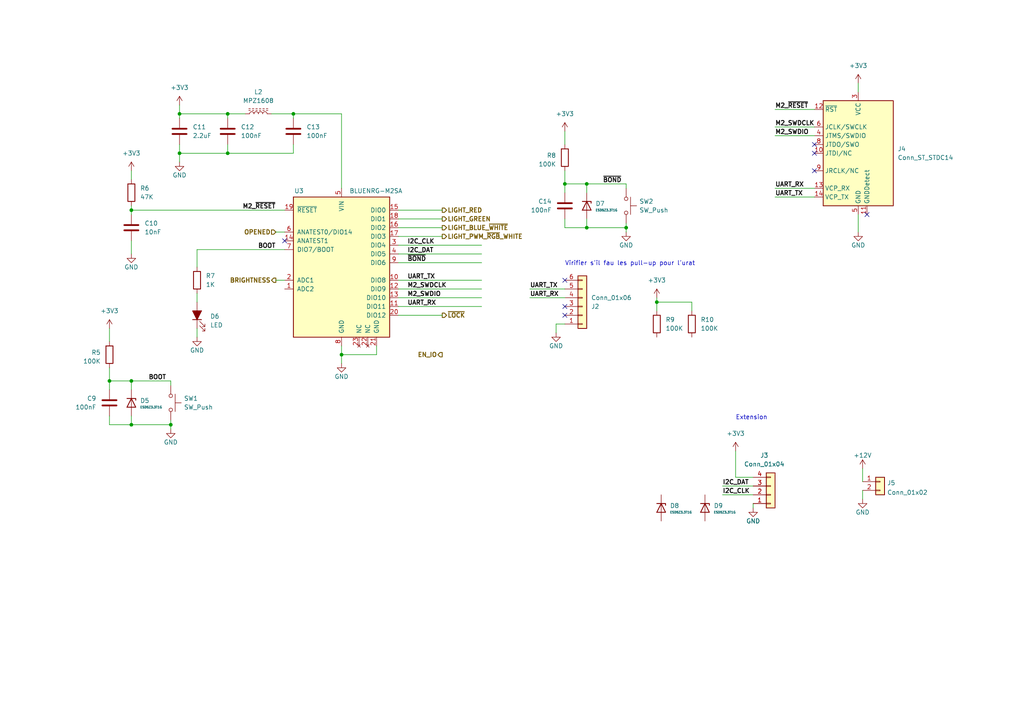
<source format=kicad_sch>
(kicad_sch (version 20231120) (generator "eeschema") (generator_version "8.0")
  (paper "A4")
  (lib_symbols
    (symbol "AM163:BLUENRG-M2SA" (pin_names (offset 1.016))
      (property "Reference" "U" (at -13.97 24.13 0))
      (property "Value" "BLUENRG-M2SA" (at 10.16 24.13 0))
      (symbol "BLUENRG-M2SA_0_1"
        (rectangle (start -13.97 21.59) (end 13.97 -19.05) (stroke (width 0.254)) (fill (type background)))
      )
      (symbol "BLUENRG-M2SA_1_1"
        (pin input line (at -16.51 -5.08 0) (length 2.54) (name "ADC2") (number "1"))
        (pin bidirectional line (at 16.51 -2.54 180) (length 2.54) (name "DIO8") (number "10"))
        (pin bidirectional line (at 16.51 -10.16 180) (length 2.54) (name "DIO11") (number "11"))
        (pin bidirectional line (at 16.51 -5.08 180) (length 2.54) (name "DIO9") (number "12"))
        (pin bidirectional line (at 16.51 -7.62 180) (length 2.54) (name "DIO10") (number "13"))
        (pin output line (at -16.51 8.89 0) (length 2.54) (name "ANATEST1") (number "14"))
        (pin bidirectional line (at 16.51 17.78 180) (length 2.54) (name "DIO0") (number "15"))
        (pin bidirectional line (at 16.51 12.7 180) (length 2.54) (name "DIO2") (number "16"))
        (pin bidirectional line (at 16.51 10.16 180) (length 2.54) (name "DIO3") (number "17"))
        (pin bidirectional line (at 16.51 15.24 180) (length 2.54) (name "DIO1") (number "18"))
        (pin input line (at -16.51 17.78 0) (length 2.54) (name "~{RESET}") (number "19"))
        (pin input line (at -16.51 -2.54 0) (length 2.54) (name "ADC1") (number "2"))
        (pin bidirectional line (at 16.51 -12.7 180) (length 2.54) (name "DIO12") (number "20"))
        (pin power_in line (at 10.16 -21.59 90) (length 2.54) (name "GND") (number "21"))
        (pin no_connect line (at 7.62 -21.59 90) (length 2.54) (name "NC") (number "22"))
        (pin no_connect line (at 5.08 -21.59 90) (length 2.54) (name "NC") (number "23"))
        (pin bidirectional line (at 16.51 7.62 180) (length 2.54) (name "DIO4") (number "3"))
        (pin bidirectional line (at 16.51 5.08 180) (length 2.54) (name "DIO5") (number "4"))
        (pin power_in line (at 0 24.13 270) (length 2.54) (name "VIN") (number "5"))
        (pin bidirectional line (at -16.51 11.43 0) (length 2.54) (name "ANATEST0/DIO14") (number "6"))
        (pin bidirectional line (at -16.51 6.35 0) (length 2.54) (name "DIO7/BOOT") (number "7"))
        (pin power_in line (at 0 -21.59 90) (length 2.54) (name "GND") (number "8"))
        (pin bidirectional line (at 16.51 2.54 180) (length 2.54) (name "DIO6") (number "9"))
      )
    )
    (symbol "Connector:Conn_ST_STDC14"
      (property "Reference" "J" (at -8.89 16.51 0))
      (property "Value" "Conn_ST_STDC14" (at 17.78 16.51 0))
      (symbol "Conn_ST_STDC14_0_1"
        (rectangle (start -10.16 15.24) (end 10.16 -15.24) (stroke (width 0.254)) (fill (type background)))
      )
      (symbol "Conn_ST_STDC14_1_1"
        (pin no_connect line (at -10.16 5.08 0) (length 2.54) hide (name "NC") (number "1"))
        (pin output line (at 12.7 0 180) (length 2.54) (name "JTDI/NC") (number "10"))
        (pin passive line (at -2.54 -17.78 90) (length 2.54) (name "GNDDetect") (number "11"))
        (pin open_collector line (at 12.7 12.7 180) (length 2.54) (name "~{RST}") (number "12"))
        (pin output line (at 12.7 -10.16 180) (length 2.54) (name "VCP_RX") (number "13"))
        (pin input line (at 12.7 -12.7 180) (length 2.54) (name "VCP_TX") (number "14"))
        (pin no_connect line (at -10.16 2.54 0) (length 2.54) hide (name "NC") (number "2"))
        (pin power_in line (at 0 17.78 270) (length 2.54) (name "VCC") (number "3"))
        (pin bidirectional line (at 12.7 5.08 180) (length 2.54) (name "JTMS/SWDIO") (number "4"))
        (pin power_in line (at 0 -17.78 90) (length 2.54) (name "GND") (number "5"))
        (pin output line (at 12.7 7.62 180) (length 2.54) (name "JCLK/SWCLK") (number "6"))
        (pin passive line (at 0 -17.78 90) (length 2.54) hide (name "GND") (number "7"))
        (pin input line (at 12.7 2.54 180) (length 2.54) (name "JTDO/SWO") (number "8"))
        (pin input line (at 12.7 -5.08 180) (length 2.54) (name "JRCLK/NC") (number "9"))
      )
    )
    (symbol "Connector_Generic:Conn_01x02" (pin_names (offset 1.016) hide)
      (property "Reference" "J" (at 0 2.54 0))
      (property "Value" "Conn_01x02" (at 0 -5.08 0))
      (symbol "Conn_01x02_1_1"
        (rectangle (start -1.27 -2.413) (end 0 -2.667) (stroke (width 0.1524)))
        (rectangle (start -1.27 0.127) (end 0 -0.127) (stroke (width 0.1524)))
        (rectangle (start -1.27 1.27) (end 1.27 -3.81) (stroke (width 0.254)) (fill (type background)))
        (pin passive line (at -5.08 0 0) (length 3.81) (name "Pin_1") (number "1"))
        (pin passive line (at -5.08 -2.54 0) (length 3.81) (name "Pin_2") (number "2"))
      )
    )
    (symbol "Connector_Generic:Conn_01x04" (pin_names (offset 1.016) hide)
      (property "Reference" "J" (at 0 5.08 0))
      (property "Value" "Conn_01x04" (at 0 -7.62 0))
      (symbol "Conn_01x04_1_1"
        (rectangle (start -1.27 -4.953) (end 0 -5.207) (stroke (width 0.1524)))
        (rectangle (start -1.27 -2.413) (end 0 -2.667) (stroke (width 0.1524)))
        (rectangle (start -1.27 0.127) (end 0 -0.127) (stroke (width 0.1524)))
        (rectangle (start -1.27 2.667) (end 0 2.413) (stroke (width 0.1524)))
        (rectangle (start -1.27 3.81) (end 1.27 -6.35) (stroke (width 0.254)) (fill (type background)))
        (pin passive line (at -5.08 2.54 0) (length 3.81) (name "Pin_1") (number "1"))
        (pin passive line (at -5.08 0 0) (length 3.81) (name "Pin_2") (number "2"))
        (pin passive line (at -5.08 -2.54 0) (length 3.81) (name "Pin_3") (number "3"))
        (pin passive line (at -5.08 -5.08 0) (length 3.81) (name "Pin_4") (number "4"))
      )
    )
    (symbol "Connector_Generic:Conn_01x06" (pin_names (offset 1.016) hide)
      (property "Reference" "J" (at 0 7.62 0))
      (property "Value" "Conn_01x06" (at 0 -10.16 0))
      (symbol "Conn_01x06_1_1"
        (rectangle (start -1.27 -7.493) (end 0 -7.747) (stroke (width 0.1524)))
        (rectangle (start -1.27 -4.953) (end 0 -5.207) (stroke (width 0.1524)))
        (rectangle (start -1.27 -2.413) (end 0 -2.667) (stroke (width 0.1524)))
        (rectangle (start -1.27 0.127) (end 0 -0.127) (stroke (width 0.1524)))
        (rectangle (start -1.27 2.667) (end 0 2.413) (stroke (width 0.1524)))
        (rectangle (start -1.27 5.207) (end 0 4.953) (stroke (width 0.1524)))
        (rectangle (start -1.27 6.35) (end 1.27 -8.89) (stroke (width 0.254)) (fill (type background)))
        (pin passive line (at -5.08 5.08 0) (length 3.81) (name "Pin_1") (number "1"))
        (pin passive line (at -5.08 2.54 0) (length 3.81) (name "Pin_2") (number "2"))
        (pin passive line (at -5.08 0 0) (length 3.81) (name "Pin_3") (number "3"))
        (pin passive line (at -5.08 -2.54 0) (length 3.81) (name "Pin_4") (number "4"))
        (pin passive line (at -5.08 -5.08 0) (length 3.81) (name "Pin_5") (number "5"))
        (pin passive line (at -5.08 -7.62 0) (length 3.81) (name "Pin_6") (number "6"))
      )
    )
    (symbol "Device:C" (pin_numbers hide) (pin_names (offset 0.254))
      (property "Reference" "C" (at 0.635 2.54 0))
      (property "Value" "C" (at 0.635 -2.54 0))
      (symbol "C_0_1"
        (polyline (pts (xy -2.032 -0.762) (xy 2.032 -0.762)) (stroke (width 0.508)))
        (polyline (pts (xy -2.032 0.762) (xy 2.032 0.762)) (stroke (width 0.508)))
      )
      (symbol "C_1_1"
        (pin passive line (at 0 3.81 270) (length 2.794) (name "~") (number "1"))
        (pin passive line (at 0 -3.81 90) (length 2.794) (name "~") (number "2"))
      )
    )
    (symbol "Device:LED_Filled" (pin_numbers hide) (pin_names (offset 1.016) hide)
      (property "Reference" "D" (at 0 2.54 0))
      (property "Value" "LED_Filled" (at 0 -2.54 0))
      (symbol "LED_Filled_0_1"
        (polyline (pts (xy -1.27 -1.27) (xy -1.27 1.27)) (stroke (width 0.254)))
        (polyline (pts (xy -1.27 0) (xy 1.27 0)))
        (polyline (pts (xy 1.27 -1.27) (xy 1.27 1.27) (xy -1.27 0) (xy 1.27 -1.27)) (stroke (width 0.254)) (fill (type outline)))
        (polyline (pts (xy -3.048 -0.762) (xy -4.572 -2.286) (xy -3.81 -2.286) (xy -4.572 -2.286) (xy -4.572 -1.524)))
        (polyline (pts (xy -1.778 -0.762) (xy -3.302 -2.286) (xy -2.54 -2.286) (xy -3.302 -2.286) (xy -3.302 -1.524)))
      )
      (symbol "LED_Filled_1_1"
        (pin passive line (at -3.81 0 0) (length 2.54) (name "K") (number "1"))
        (pin passive line (at 3.81 0 180) (length 2.54) (name "A") (number "2"))
      )
    )
    (symbol "Device:L_Ferrite" (pin_numbers hide) (pin_names (offset 1.016) hide)
      (property "Reference" "L" (at -1.27 0 90))
      (property "Value" "L_Ferrite" (at 2.794 0 90))
      (symbol "L_Ferrite_0_1"
        (arc (start 0 -2.54) (mid 0.6323 -1.905) (end 0 -1.27))
        (arc (start 0 -1.27) (mid 0.6323 -0.635) (end 0 0))
        (polyline (pts (xy 1.016 -2.794) (xy 1.016 -2.286)))
        (polyline (pts (xy 1.016 -1.778) (xy 1.016 -1.27)))
        (polyline (pts (xy 1.016 -0.762) (xy 1.016 -0.254)))
        (polyline (pts (xy 1.016 0.254) (xy 1.016 0.762)))
        (polyline (pts (xy 1.016 1.27) (xy 1.016 1.778)))
        (polyline (pts (xy 1.016 2.286) (xy 1.016 2.794)))
        (polyline (pts (xy 1.524 -2.286) (xy 1.524 -2.794)))
        (polyline (pts (xy 1.524 -1.27) (xy 1.524 -1.778)))
        (polyline (pts (xy 1.524 -0.254) (xy 1.524 -0.762)))
        (polyline (pts (xy 1.524 0.762) (xy 1.524 0.254)))
        (polyline (pts (xy 1.524 1.778) (xy 1.524 1.27)))
        (polyline (pts (xy 1.524 2.794) (xy 1.524 2.286)))
        (arc (start 0 0) (mid 0.6323 0.635) (end 0 1.27))
        (arc (start 0 1.27) (mid 0.6323 1.905) (end 0 2.54))
      )
      (symbol "L_Ferrite_1_1"
        (pin passive line (at 0 3.81 270) (length 1.27) (name "1") (number "1"))
        (pin passive line (at 0 -3.81 90) (length 1.27) (name "2") (number "2"))
      )
    )
    (symbol "Device:R" (pin_numbers hide) (pin_names (offset 0))
      (property "Reference" "R" (at 2.032 0 90))
      (property "Value" "R" (at 0 0 90))
      (symbol "R_0_1"
        (rectangle (start -1.016 -2.54) (end 1.016 2.54) (stroke (width 0.254)))
      )
      (symbol "R_1_1"
        (pin passive line (at 0 3.81 270) (length 1.27) (name "~") (number "1"))
        (pin passive line (at 0 -3.81 90) (length 1.27) (name "~") (number "2"))
      )
    )
    (symbol "Diode:ESD5Zxx" (pin_numbers hide) (pin_names hide)
      (property "Reference" "D" (at 0 2.54 0))
      (property "Value" "ESD5Zxx" (at 0 -2.54 0))
      (symbol "ESD5Zxx_0_1"
        (polyline (pts (xy 1.27 0) (xy -1.27 0)))
        (polyline (pts (xy -1.27 -1.27) (xy -1.27 1.27) (xy -0.762 1.27)) (stroke (width 0.254)))
        (polyline (pts (xy 1.27 -1.27) (xy 1.27 1.27) (xy -1.27 0) (xy 1.27 -1.27)) (stroke (width 0.254)))
      )
      (symbol "ESD5Zxx_1_1"
        (pin passive line (at -3.81 0 0) (length 2.54) (name "K") (number "1"))
        (pin passive line (at 3.81 0 180) (length 2.54) (name "A") (number "2"))
      )
    )
    (symbol "Switch:SW_Push" (pin_numbers hide) (pin_names (offset 1.016) hide)
      (property "Reference" "SW" (at 1.27 2.54 0))
      (property "Value" "SW_Push" (at 0 -1.524 0))
      (symbol "SW_Push_0_1"
        (circle (center -2.032 0) (radius 0.508))
        (polyline (pts (xy 0 1.27) (xy 0 3.048)))
        (polyline (pts (xy 2.54 1.27) (xy -2.54 1.27)))
        (circle (center 2.032 0) (radius 0.508))
        (pin passive line (at -5.08 0 0) (length 2.54) (name "1") (number "1"))
        (pin passive line (at 5.08 0 180) (length 2.54) (name "2") (number "2"))
      )
    )
    (symbol "power:+12V" (power) (pin_names (offset 0))
      (property "Value" "+12V" (at 0 3.556 0))
      (symbol "+12V_0_1"
        (polyline (pts (xy -0.762 1.27) (xy 0 2.54)))
        (polyline (pts (xy 0 0) (xy 0 2.54)))
        (polyline (pts (xy 0 2.54) (xy 0.762 1.27)))
      )
      (symbol "+12V_1_1"
        (pin power_in line (at 0 0 90) (length 0) hide (name "+12V") (number "1"))
      )
    )
    (symbol "power:+3V3" (power) (pin_names (offset 0))
      (property "Value" "+3V3" (at 0 3.556 0))
      (symbol "+3V3_0_1"
        (polyline (pts (xy -0.762 1.27) (xy 0 2.54)))
        (polyline (pts (xy 0 0) (xy 0 2.54)))
        (polyline (pts (xy 0 2.54) (xy 0.762 1.27)))
      )
      (symbol "+3V3_1_1"
        (pin power_in line (at 0 0 90) (length 0) hide (name "+3V3") (number "1"))
      )
    )
    (symbol "power:GND" (power) (pin_names (offset 0))
      (property "Value" "GND" (at 0 -3.81 0))
      (symbol "GND_0_1"
        (polyline (pts (xy 0 0) (xy 0 -1.27) (xy 1.27 -1.27) (xy 0 -2.54) (xy -1.27 -1.27) (xy 0 -1.27)))
      )
      (symbol "GND_1_1"
        (pin power_in line (at 0 0 270) (length 0) hide (name "GND") (number "1"))
      )
    )
  )
  (junction (at 85.09 33.02))
  (junction (at 38.1 110.49))
  (junction (at 163.83 53.34))
  (junction (at 52.07 44.45))
  (junction (at 66.04 44.45))
  (junction (at 38.1 123.19))
  (junction (at 52.07 33.02))
  (junction (at 170.18 66.04))
  (junction (at 31.75 110.49))
  (junction (at 38.1 60.96))
  (junction (at 99.06 102.87))
  (junction (at 49.53 123.19))
  (junction (at 66.04 33.02))
  (junction (at 170.18 53.34))
  (junction (at 190.5 87.63))
  (junction (at 181.61 66.04))
  (no_connect (at 163.83 81.28))
  (no_connect (at 163.83 91.44))
  (no_connect (at 251.46 62.23))
  (no_connect (at 163.83 88.9))
  (no_connect (at 236.22 49.53))
  (no_connect (at 82.55 69.85))
  (no_connect (at 236.22 41.91))
  (no_connect (at 236.22 44.45))
  (wire (pts (xy 38.1 110.49) (xy 38.1 113.03)))
  (wire (pts (xy 115.57 88.9) (xy 139.7 88.9)))
  (wire (pts (xy 38.1 69.85) (xy 38.1 73.66)))
  (wire (pts (xy 250.19 135.89) (xy 250.19 139.7)))
  (wire (pts (xy 224.79 39.37) (xy 236.22 39.37)))
  (wire (pts (xy 115.57 91.44) (xy 128.27 91.44)))
  (wire (pts (xy 170.18 63.5) (xy 170.18 66.04)))
  (wire (pts (xy 163.83 38.1) (xy 163.83 41.91)))
  (wire (pts (xy 200.66 90.17) (xy 200.66 87.63)))
  (wire (pts (xy 115.57 83.82) (xy 139.7 83.82)))
  (wire (pts (xy 85.09 41.91) (xy 85.09 44.45)))
  (wire (pts (xy 224.79 31.75) (xy 236.22 31.75)))
  (wire (pts (xy 170.18 53.34) (xy 170.18 55.88)))
  (wire (pts (xy 218.44 147.32) (xy 218.44 146.05)))
  (wire (pts (xy 66.04 33.02) (xy 66.04 34.29)))
  (wire (pts (xy 163.83 49.53) (xy 163.83 53.34)))
  (wire (pts (xy 38.1 60.96) (xy 82.55 60.96)))
  (wire (pts (xy 38.1 60.96) (xy 38.1 62.23)))
  (wire (pts (xy 38.1 123.19) (xy 49.53 123.19)))
  (wire (pts (xy 78.74 33.02) (xy 85.09 33.02)))
  (wire (pts (xy 99.06 102.87) (xy 99.06 105.41)))
  (wire (pts (xy 85.09 44.45) (xy 66.04 44.45)))
  (wire (pts (xy 52.07 44.45) (xy 66.04 44.45)))
  (wire (pts (xy 248.92 62.23) (xy 248.92 67.31)))
  (wire (pts (xy 57.15 72.39) (xy 82.55 72.39)))
  (wire (pts (xy 52.07 34.29) (xy 52.07 33.02)))
  (wire (pts (xy 52.07 33.02) (xy 66.04 33.02)))
  (wire (pts (xy 163.83 53.34) (xy 170.18 53.34)))
  (wire (pts (xy 115.57 76.2) (xy 139.7 76.2)))
  (wire (pts (xy 31.75 95.25) (xy 31.75 99.06)))
  (wire (pts (xy 163.83 63.5) (xy 163.83 66.04)))
  (wire (pts (xy 209.55 140.97) (xy 218.44 140.97)))
  (wire (pts (xy 115.57 68.58) (xy 128.27 68.58)))
  (wire (pts (xy 38.1 59.69) (xy 38.1 60.96)))
  (wire (pts (xy 200.66 87.63) (xy 190.5 87.63)))
  (wire (pts (xy 153.67 83.82) (xy 163.83 83.82)))
  (wire (pts (xy 213.36 138.43) (xy 218.44 138.43)))
  (wire (pts (xy 163.83 53.34) (xy 163.83 55.88)))
  (wire (pts (xy 190.5 87.63) (xy 190.5 90.17)))
  (wire (pts (xy 66.04 33.02) (xy 71.12 33.02)))
  (wire (pts (xy 85.09 33.02) (xy 85.09 34.29)))
  (wire (pts (xy 224.79 36.83) (xy 236.22 36.83)))
  (wire (pts (xy 109.22 102.87) (xy 99.06 102.87)))
  (wire (pts (xy 224.79 54.61) (xy 236.22 54.61)))
  (wire (pts (xy 115.57 71.12) (xy 139.7 71.12)))
  (wire (pts (xy 213.36 138.43) (xy 213.36 130.81)))
  (wire (pts (xy 57.15 85.09) (xy 57.15 87.63)))
  (wire (pts (xy 49.53 110.49) (xy 49.53 111.76)))
  (wire (pts (xy 66.04 41.91) (xy 66.04 44.45)))
  (wire (pts (xy 49.53 121.92) (xy 49.53 123.19)))
  (wire (pts (xy 57.15 95.25) (xy 57.15 97.79)))
  (wire (pts (xy 49.53 123.19) (xy 49.53 124.46)))
  (wire (pts (xy 163.83 93.98) (xy 161.29 93.98)))
  (wire (pts (xy 224.79 57.15) (xy 236.22 57.15)))
  (wire (pts (xy 209.55 143.51) (xy 218.44 143.51)))
  (wire (pts (xy 57.15 72.39) (xy 57.15 77.47)))
  (wire (pts (xy 181.61 64.77) (xy 181.61 66.04)))
  (wire (pts (xy 31.75 110.49) (xy 31.75 113.03)))
  (wire (pts (xy 38.1 110.49) (xy 49.53 110.49)))
  (wire (pts (xy 115.57 60.96) (xy 128.27 60.96)))
  (wire (pts (xy 31.75 123.19) (xy 38.1 123.19)))
  (wire (pts (xy 170.18 53.34) (xy 181.61 53.34)))
  (wire (pts (xy 52.07 30.48) (xy 52.07 33.02)))
  (wire (pts (xy 190.5 86.36) (xy 190.5 87.63)))
  (wire (pts (xy 99.06 33.02) (xy 99.06 54.61)))
  (wire (pts (xy 115.57 63.5) (xy 128.27 63.5)))
  (wire (pts (xy 115.57 81.28) (xy 139.7 81.28)))
  (wire (pts (xy 248.92 24.13) (xy 248.92 26.67)))
  (wire (pts (xy 31.75 106.68) (xy 31.75 110.49)))
  (wire (pts (xy 250.19 144.78) (xy 250.19 142.24)))
  (wire (pts (xy 115.57 66.04) (xy 128.27 66.04)))
  (wire (pts (xy 170.18 66.04) (xy 181.61 66.04)))
  (wire (pts (xy 85.09 33.02) (xy 99.06 33.02)))
  (wire (pts (xy 80.01 81.28) (xy 82.55 81.28)))
  (wire (pts (xy 161.29 93.98) (xy 161.29 96.52)))
  (wire (pts (xy 31.75 120.65) (xy 31.75 123.19)))
  (wire (pts (xy 38.1 120.65) (xy 38.1 123.19)))
  (wire (pts (xy 181.61 53.34) (xy 181.61 54.61)))
  (wire (pts (xy 115.57 86.36) (xy 139.7 86.36)))
  (wire (pts (xy 38.1 49.53) (xy 38.1 52.07)))
  (wire (pts (xy 52.07 41.91) (xy 52.07 44.45)))
  (wire (pts (xy 115.57 73.66) (xy 139.7 73.66)))
  (wire (pts (xy 181.61 66.04) (xy 181.61 67.31)))
  (wire (pts (xy 109.22 100.33) (xy 109.22 102.87)))
  (wire (pts (xy 153.67 86.36) (xy 163.83 86.36)))
  (wire (pts (xy 80.01 67.31) (xy 82.55 67.31)))
  (wire (pts (xy 163.83 66.04) (xy 170.18 66.04)))
  (wire (pts (xy 99.06 100.33) (xy 99.06 102.87)))
  (wire (pts (xy 52.07 44.45) (xy 52.07 46.99)))
  (wire (pts (xy 31.75 110.49) (xy 38.1 110.49)))
  (text "Virifier s'il fau les pull-up pour l'urat" (at 163.83 77.216 0) (effects (font (size 1.27 1.27)) (justify left bottom)))
  (text "Extension" (at 213.36 121.92 0) (effects (font (size 1.27 1.27)) (justify left bottom)))
  (label "I2C_CLK" (at 118.11 71.12 0) (effects (font (bold yes))))
  (label "UART_RX" (at 118.11 88.9 0) (effects (font (bold yes))))
  (label "M2_SWDIO" (at 224.79 39.37 0) (effects (font (bold yes))))
  (label "I2C_DAT" (at 209.55 140.97 0) (effects (font (bold yes))))
  (label "I2C_CLK" (at 209.55 143.51 0) (effects (font (bold yes))))
  (label "BOOT" (at 80.01 72.39 180) (effects (font (bold yes))))
  (label "M2_~{RESET}" (at 224.79 31.75 0) (effects (font (bold yes))))
  (label "~{BOND}" (at 118.11 76.2 0) (effects (font (bold yes))))
  (label "BOOT" (at 48.26 110.49 180) (effects (font (bold yes))))
  (label "M2_~{RESET}" (at 80.01 60.96 180) (effects (font (bold yes))))
  (label "UART_RX" (at 224.79 54.61 0) (effects (font (bold yes))))
  (label "UART_TX" (at 224.79 57.15 0) (effects (font (bold yes))))
  (label "M2_SWDCLK" (at 118.11 83.82 0) (effects (font (bold yes))))
  (label "M2_SWDCLK" (at 224.79 36.83 0) (effects (font (bold yes))))
  (label "UART_TX" (at 118.11 81.28 0) (effects (font (bold yes))))
  (label "UART_RX" (at 153.67 86.36 0) (effects (font (bold yes))))
  (label "~{BOND}" (at 180.34 53.34 180) (effects (font (bold yes))))
  (label "UART_TX" (at 153.67 83.82 0) (effects (font (bold yes))))
  (label "I2C_DAT" (at 118.11 73.66 0) (effects (font (bold yes))))
  (label "M2_SWDIO" (at 118.11 86.36 0) (effects (font (bold yes))))
  (hierarchical_label "LIGHT_RED" (shape output) (at 128.27 60.96 0) (effects (font (bold yes))))
  (hierarchical_label "LIGHT_BLUE_~{WHITE}" (shape output) (at 128.27 66.04 0) (effects (font (bold yes))))
  (hierarchical_label "EN_IO" (shape output) (at 128.27 102.87 180) (effects (font (bold yes))))
  (hierarchical_label "~{LOCK}" (shape output) (at 128.27 91.44 0) (effects (font (bold yes))))
  (hierarchical_label "BRIGHTNESS" (shape output) (at 80.01 81.28 180) (effects (font (bold yes))))
  (hierarchical_label "LIGHT_GREEN" (shape output) (at 128.27 63.5 0) (effects (font (bold yes))))
  (hierarchical_label "LIGHT_PWM_~{RGB}_WHITE" (shape output) (at 128.27 68.58 0) (effects (font (bold yes))))
  (hierarchical_label "OPENED" (shape input) (at 80.01 67.31 180) (effects (font (bold yes))))
  (symbol (lib_id "Connector_Generic:Conn_01x06") (at 168.91 88.9 0) (mirror x) (unit 1)
    (property "Reference" "J2" (at 171.45 88.9 0) (effects (justify left)))
    (property "Value" "Conn_01x06" (at 171.45 86.36 0) (effects (justify left)))
    (property "Footprint" "Connector_PinHeader_2.54mm:PinHeader_1x06_P2.54mm_Vertical" (effects (hide yes)))
  )
  (symbol (lib_id "Diode:ESD5Zxx") (at 170.18 59.69 270) (unit 1)
    (property "Reference" "D7" (at 172.72 59.055 90) (effects (justify left)))
    (property "Value" "ESD5Z3.3T1G " (at 172.72 60.96 90) (effects (font (size 0.635 0.635)) (justify left)))
    (property "Footprint" "Diode_SMD:D_SOD-523" (effects (hide yes)))
    (property "Datasheet" "https://www.onsemi.com/pdf/datasheet/esd5z2.5t1-d.pdf" (effects (hide yes)))
    (property "Vendor" "Onsemi:ESD5Z3.3T1G " (effects (hide yes)))
  )
  (symbol (lib_id "Device:R") (at 31.75 102.87 0) (mirror y) (unit 1)
    (property "Reference" "R5" (at 29.21 102.235 0) (effects (justify left)))
    (property "Value" "100K" (at 29.21 104.775 0) (effects (justify left)))
    (property "Footprint" "Resistor_SMD:R_0402_1005Metric_Pad0.72x0.64mm_HandSolder" (effects (hide yes)))
  )
  (symbol (lib_id "Switch:SW_Push") (at 49.53 116.84 270) (unit 1)
    (property "Reference" "SW1" (at 53.34 115.57 90) (effects (justify left)))
    (property "Value" "SW_Push" (at 53.34 118.11 90) (effects (justify left)))
    (property "Footprint" "Button_Switch_SMD:SW_SPST_PTS645" (effects (hide yes)))
  )
  (symbol (lib_id "Device:R") (at 200.66 93.98 0) (unit 1)
    (property "Reference" "R10" (at 203.2 92.7099 0) (effects (justify left)))
    (property "Value" "100K" (at 203.2 95.2499 0) (effects (justify left)))
    (property "Footprint" "Resistor_SMD:R_0402_1005Metric_Pad0.72x0.64mm_HandSolder" (effects (hide yes)))
  )
  (symbol (lib_id "Device:L_Ferrite") (at 74.93 33.02 90) (unit 1)
    (property "Reference" "L2" (at 74.93 26.67 90))
    (property "Value" "MPZ1608" (at 74.93 29.21 90))
    (property "Footprint" "Inductor_SMD:L_0603_1608Metric_Pad1.05x0.95mm_HandSolder" (effects (hide yes)))
    (property "Datasheet" "https://product.tdk.com/en/system/files?file=dam/doc/product/emc/emc/beads/catalog/beads_commercial_power_mpz1608_en.pdf" (effects (hide yes)))
    (property "Vendor" "TDK:MPZ1608" (effects (hide yes)))
  )
  (symbol (lib_id "power:GND") (at 49.53 124.46 0) (unit 1)
    (property "Reference" "#PWR08" (effects (hide yes)))
    (property "Value" "GND" (at 49.53 128.27 0))
  )
  (symbol (lib_id "power:GND") (at 218.44 147.32 0) (unit 1)
    (property "Reference" "#PWR018" (effects (hide yes)))
    (property "Value" "GND" (at 218.44 151.13 0))
  )
  (symbol (lib_id "Device:C") (at 85.09 38.1 0) (unit 1)
    (property "Reference" "C13" (at 88.9 36.83 0) (effects (justify left)))
    (property "Value" "100nF" (at 88.9 39.37 0) (effects (justify left)))
    (property "Footprint" "Capacitor_SMD:C_0402_1005Metric_Pad0.74x0.62mm_HandSolder" (effects (hide yes)))
  )
  (symbol (lib_id "AM163:BLUENRG-M2SA") (at 99.06 78.74 0) (unit 1)
    (property "Reference" "U3" (at 85.344 55.372 0) (effects (justify left)))
    (property "Value" "BLUENRG-M2SA" (at 101.346 55.372 0) (effects (justify left)))
    (property "Footprint" "AM163:BLUENRG-M2SA" (effects (hide yes)))
    (property "Datasheet" "https://www.st.com/resource/en/datasheet/bluenrg-m2.pdf" (effects (hide yes)))
    (property "Vendor" "ST:BLUENRG-M2SA" (effects (hide yes)))
  )
  (symbol (lib_id "power:GND") (at 248.92 67.31 0) (unit 1)
    (property "Reference" "#PWR020" (effects (hide yes)))
    (property "Value" "GND" (at 248.92 71.12 0))
  )
  (symbol (lib_id "power:+3V3") (at 190.5 86.36 0) (unit 1)
    (property "Reference" "#PWR016" (effects (hide yes)))
    (property "Value" "+3V3" (at 190.5 81.28 0))
  )
  (symbol (lib_id "Diode:ESD5Zxx") (at 38.1 116.84 270) (unit 1)
    (property "Reference" "D5" (at 40.64 116.205 90) (effects (justify left)))
    (property "Value" "ESD5Z3.3T1G " (at 40.64 118.11 90) (effects (font (size 0.635 0.635)) (justify left)))
    (property "Footprint" "Diode_SMD:D_SOD-523" (effects (hide yes)))
    (property "Datasheet" "https://www.onsemi.com/pdf/datasheet/esd5z2.5t1-d.pdf" (effects (hide yes)))
    (property "Vendor" "Onsemi:ESD5Z3.3T1G " (effects (hide yes)))
  )
  (symbol (lib_id "power:GND") (at 99.06 105.41 0) (unit 1)
    (property "Reference" "#PWR012" (effects (hide yes)))
    (property "Value" "GND" (at 99.06 109.22 0))
  )
  (symbol (lib_id "Device:R") (at 190.5 93.98 0) (unit 1)
    (property "Reference" "R9" (at 193.04 92.7099 0) (effects (justify left)))
    (property "Value" "100K" (at 193.04 95.2499 0) (effects (justify left)))
    (property "Footprint" "Resistor_SMD:R_0402_1005Metric_Pad0.72x0.64mm_HandSolder" (effects (hide yes)))
  )
  (symbol (lib_id "power:GND") (at 52.07 46.99 0) (unit 1)
    (property "Reference" "#PWR010" (effects (hide yes)))
    (property "Value" "GND" (at 52.07 50.8 0))
  )
  (symbol (lib_id "power:GND") (at 181.61 67.31 0) (unit 1)
    (property "Reference" "#PWR015" (effects (hide yes)))
    (property "Value" "GND" (at 181.61 71.12 0))
  )
  (symbol (lib_id "power:GND") (at 38.1 73.66 0) (unit 1)
    (property "Reference" "#PWR07" (effects (hide yes)))
    (property "Value" "GND" (at 38.1 77.47 0))
  )
  (symbol (lib_id "Device:C") (at 38.1 66.04 0) (mirror y) (unit 1)
    (property "Reference" "C10" (at 41.91 64.77 0) (effects (justify right)))
    (property "Value" "10nF" (at 41.91 67.31 0) (effects (justify right)))
    (property "Footprint" "Capacitor_SMD:C_0402_1005Metric_Pad0.74x0.62mm_HandSolder" (effects (hide yes)))
  )
  (symbol (lib_id "power:+3V3") (at 52.07 30.48 0) (unit 1)
    (property "Reference" "#PWR09" (effects (hide yes)))
    (property "Value" "+3V3" (at 52.07 25.4 0))
  )
  (symbol (lib_id "Connector_Generic:Conn_01x02") (at 255.27 139.7 0) (unit 1)
    (property "Reference" "J5" (at 257.302 140.0615 0) (effects (justify left)))
    (property "Value" "Conn_01x02" (at 257.302 142.8366 0) (effects (justify left)))
    (property "Footprint" "Connector_JST:JST_PH_B2B-PH-K_1x02_P2.00mm_Vertical" (effects (hide yes)))
    (property "Datasheet" "https://www.jst.fr/core/file.get?path=doc/jst/family/pdf/ePH.pdf" (effects (hide yes)))
    (property "Vendor" "JST:B2B-PH-K-S" (effects (hide yes)))
  )
  (symbol (lib_id "Device:R") (at 57.15 81.28 0) (unit 1)
    (property "Reference" "R7" (at 59.69 80.01 0) (effects (justify left)))
    (property "Value" "1K" (at 59.69 82.55 0) (effects (justify left)))
    (property "Footprint" "Resistor_SMD:R_0402_1005Metric_Pad0.72x0.64mm_HandSolder" (effects (hide yes)))
  )
  (symbol (lib_id "power:+3V3") (at 248.92 24.13 0) (unit 1)
    (property "Reference" "#PWR019" (effects (hide yes)))
    (property "Value" "+3V3" (at 248.92 19.05 0))
  )
  (symbol (lib_id "Diode:ESD5Zxx") (at 191.77 147.32 270) (unit 1)
    (property "Reference" "D8" (at 194.31 146.685 90) (effects (justify left)))
    (property "Value" "ESD5Z3.3T1G " (at 194.31 148.59 90) (effects (font (size 0.635 0.635)) (justify left)))
    (property "Footprint" "Diode_SMD:D_SOD-523" (effects (hide yes)))
    (property "Datasheet" "https://www.onsemi.com/pdf/datasheet/esd5z2.5t1-d.pdf" (effects (hide yes)))
    (property "Vendor" "Onsemi:ESD5Z3.3T1G " (effects (hide yes)))
  )
  (symbol (lib_id "Device:LED_Filled") (at 57.15 91.44 90) (unit 1)
    (property "Reference" "D6" (at 60.96 91.7574 90) (effects (justify right)))
    (property "Value" "LED" (at 60.96 94.2974 90) (effects (justify right)))
    (property "Footprint" "LED_SMD:LED_0603_1608Metric_Pad1.05x0.95mm_HandSolder" (effects (hide yes)))
    (property "Datasheet" "https://www.we-online.com/components/products/datasheet/150060SS75000.pdf" (effects (hide yes)))
    (property "Vendor" "Wurth Elektronik:150060SS75000" (effects (hide yes)))
  )
  (symbol (lib_id "Device:C") (at 66.04 38.1 0) (unit 1)
    (property "Reference" "C12" (at 69.85 36.83 0) (effects (justify left)))
    (property "Value" "100nF" (at 69.85 39.37 0) (effects (justify left)))
    (property "Footprint" "Capacitor_SMD:C_0402_1005Metric_Pad0.74x0.62mm_HandSolder" (effects (hide yes)))
  )
  (symbol (lib_id "Device:C") (at 31.75 116.84 0) (mirror y) (unit 1)
    (property "Reference" "C9" (at 27.94 115.57 0) (effects (justify left)))
    (property "Value" "100nF" (at 27.94 118.11 0) (effects (justify left)))
    (property "Footprint" "Capacitor_SMD:C_0402_1005Metric_Pad0.74x0.62mm_HandSolder" (effects (hide yes)))
  )
  (symbol (lib_id "power:+3V3") (at 213.36 130.81 0) (unit 1)
    (property "Reference" "#PWR017" (effects (hide yes)))
    (property "Value" "+3V3" (at 213.36 125.73 0))
  )
  (symbol (lib_id "Connector_Generic:Conn_01x04") (at 223.52 143.51 0) (mirror x) (unit 1)
    (property "Reference" "J3" (at 221.6785 132.08 0))
    (property "Value" "Conn_01x04" (at 221.6785 134.62 0))
    (property "Footprint" "Connector_JST:JST_PH_B4B-PH-K_1x04_P2.00mm_Vertical" (effects (hide yes)))
    (property "Datasheet" "https://www.jst.fr/core/file.get?path=doc/jst/family/pdf/ePH.pdf" (effects (hide yes)))
    (property "Vendor" "JST:B4B-PH-K-S" (effects (hide yes)))
  )
  (symbol (lib_id "power:+3V3") (at 163.83 38.1 0) (mirror y) (unit 1)
    (property "Reference" "#PWR014" (effects (hide yes)))
    (property "Value" "+3V3" (at 163.83 33.02 0))
  )
  (symbol (lib_id "Device:R") (at 38.1 55.88 0) (mirror y) (unit 1)
    (property "Reference" "R6" (at 40.64 54.61 0) (effects (justify right)))
    (property "Value" "47K" (at 40.64 57.15 0) (effects (justify right)))
    (property "Footprint" "Resistor_SMD:R_0402_1005Metric_Pad0.72x0.64mm_HandSolder" (effects (hide yes)))
  )
  (symbol (lib_id "Switch:SW_Push") (at 181.61 59.69 270) (unit 1)
    (property "Reference" "SW2" (at 185.42 58.42 90) (effects (justify left)))
    (property "Value" "SW_Push" (at 185.42 60.96 90) (effects (justify left)))
    (property "Footprint" "Button_Switch_SMD:SW_SPST_PTS645" (effects (hide yes)))
  )
  (symbol (lib_id "power:GND") (at 161.29 96.52 0) (unit 1)
    (property "Reference" "#PWR013" (effects (hide yes)))
    (property "Value" "GND" (at 161.29 100.33 0))
  )
  (symbol (lib_id "Device:C") (at 163.83 59.69 0) (mirror y) (unit 1)
    (property "Reference" "C14" (at 160.02 58.42 0) (effects (justify left)))
    (property "Value" "100nF" (at 160.02 60.96 0) (effects (justify left)))
    (property "Footprint" "Capacitor_SMD:C_0402_1005Metric_Pad0.74x0.62mm_HandSolder" (effects (hide yes)))
  )
  (symbol (lib_id "Device:C") (at 52.07 38.1 0) (unit 1)
    (property "Reference" "C11" (at 55.88 36.8299 0) (effects (justify left)))
    (property "Value" "2.2uF" (at 55.88 39.3699 0) (effects (justify left)))
    (property "Footprint" "Capacitor_SMD:C_0603_1608Metric_Pad1.08x0.95mm_HandSolder" (effects (hide yes)))
  )
  (symbol (lib_id "power:+3V3") (at 38.1 49.53 0) (unit 1)
    (property "Reference" "#PWR06" (effects (hide yes)))
    (property "Value" "+3V3" (at 38.1 44.45 0))
  )
  (symbol (lib_id "Diode:ESD5Zxx") (at 204.47 147.32 270) (unit 1)
    (property "Reference" "D9" (at 207.01 146.685 90) (effects (justify left)))
    (property "Value" "ESD5Z3.3T1G " (at 207.01 148.59 90) (effects (font (size 0.635 0.635)) (justify left)))
    (property "Footprint" "Diode_SMD:D_SOD-523" (effects (hide yes)))
    (property "Datasheet" "https://www.onsemi.com/pdf/datasheet/esd5z2.5t1-d.pdf" (effects (hide yes)))
    (property "Vendor" "Onsemi:ESD5Z3.3T1G " (effects (hide yes)))
  )
  (symbol (lib_id "power:GND") (at 250.19 144.78 0) (mirror y) (unit 1)
    (property "Reference" "#PWR022" (effects (hide yes)))
    (property "Value" "GND" (at 250.19 148.59 0))
  )
  (symbol (lib_id "power:GND") (at 57.15 97.79 0) (unit 1)
    (property "Reference" "#PWR011" (effects (hide yes)))
    (property "Value" "GND" (at 57.15 101.6 0))
  )
  (symbol (lib_id "power:+3V3") (at 31.75 95.25 0) (mirror y) (unit 1)
    (property "Reference" "#PWR05" (effects (hide yes)))
    (property "Value" "+3V3" (at 31.75 90.17 0))
  )
  (symbol (lib_id "Connector:Conn_ST_STDC14") (at 248.92 44.45 0) (mirror y) (unit 1)
    (property "Reference" "J4" (at 260.35 43.18 0) (effects (justify right)))
    (property "Value" "Conn_ST_STDC14" (at 260.35 45.72 0) (effects (justify right)))
    (property "Footprint" "Connector_PinHeader_1.27mm:PinHeader_2x07_P1.27mm_Vertical_SMD" (effects (hide yes)))
    (property "Datasheet" "https://www.st.com/content/ccc/resource/technical/document/user_manual/group1/99/49/91/b6/b2/3a/46/e5/DM00526767/files/DM00526767.pdf/jcr:content/translations/en.DM00526767.pdf" (effects (hide yes)))
    (property "Vendor" " Amphenol:20021121-00014T4LF" (effects (hide yes)))
  )
  (symbol (lib_id "power:+12V") (at 250.19 135.89 0) (mirror y) (unit 1)
    (property "Reference" "#PWR021" (effects (hide yes)))
    (property "Value" "+12V" (at 250.19 132.08 0))
  )
  (symbol (lib_id "Device:R") (at 163.83 45.72 0) (mirror y) (unit 1)
    (property "Reference" "R8" (at 161.29 45.085 0) (effects (justify left)))
    (property "Value" "100K" (at 161.29 47.625 0) (effects (justify left)))
    (property "Footprint" "Resistor_SMD:R_0402_1005Metric_Pad0.72x0.64mm_HandSolder" (effects (hide yes)))
  )
)
</source>
